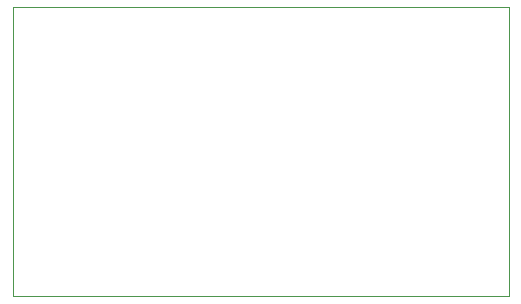
<source format=gbr>
%TF.GenerationSoftware,KiCad,Pcbnew,(5.1.10)-1*%
%TF.CreationDate,2021-10-14T15:31:21-03:00*%
%TF.ProjectId,RTC DS3231,52544320-4453-4333-9233-312e6b696361,1*%
%TF.SameCoordinates,Original*%
%TF.FileFunction,Profile,NP*%
%FSLAX46Y46*%
G04 Gerber Fmt 4.6, Leading zero omitted, Abs format (unit mm)*
G04 Created by KiCad (PCBNEW (5.1.10)-1) date 2021-10-14 15:31:21*
%MOMM*%
%LPD*%
G01*
G04 APERTURE LIST*
%TA.AperFunction,Profile*%
%ADD10C,0.050000*%
%TD*%
G04 APERTURE END LIST*
D10*
X100000000Y-103000000D02*
X100000000Y-78500000D01*
X142000000Y-103000000D02*
X100000000Y-103000000D01*
X142000000Y-78500000D02*
X142000000Y-103000000D01*
X100000000Y-78500000D02*
X142000000Y-78500000D01*
M02*

</source>
